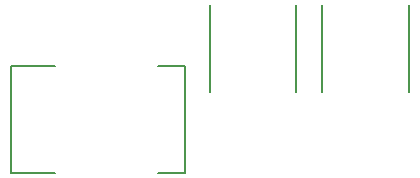
<source format=gbr>
%TF.GenerationSoftware,KiCad,Pcbnew,7.0.5*%
%TF.CreationDate,2023-10-22T13:56:56-04:00*%
%TF.ProjectId,PWR_module,5057525f-6d6f-4647-956c-652e6b696361,rev?*%
%TF.SameCoordinates,PX7270e00PY6a55ae0*%
%TF.FileFunction,Legend,Top*%
%TF.FilePolarity,Positive*%
%FSLAX46Y46*%
G04 Gerber Fmt 4.6, Leading zero omitted, Abs format (unit mm)*
G04 Created by KiCad (PCBNEW 7.0.5) date 2023-10-22 13:56:56*
%MOMM*%
%LPD*%
G01*
G04 APERTURE LIST*
%ADD10C,0.200000*%
G04 APERTURE END LIST*
D10*
%TO.C,L2*%
X23850000Y25150000D02*
X23850000Y17850000D01*
X31150000Y17850000D02*
X31150000Y25150000D01*
%TO.C,L1*%
X21650000Y17850000D02*
X21650000Y25150000D01*
X14350000Y25150000D02*
X14350000Y17850000D01*
%TO.C,J1*%
X-2500000Y11000000D02*
X1200000Y11000000D01*
X-2500000Y20000000D02*
X-2500000Y11000000D01*
X1200000Y20000000D02*
X-2500000Y20000000D01*
X12200000Y11000000D02*
X9950000Y11000000D01*
X12200000Y20000000D02*
X12200000Y11000000D01*
X9950000Y20000000D02*
X12200000Y20000000D01*
%TD*%
M02*

</source>
